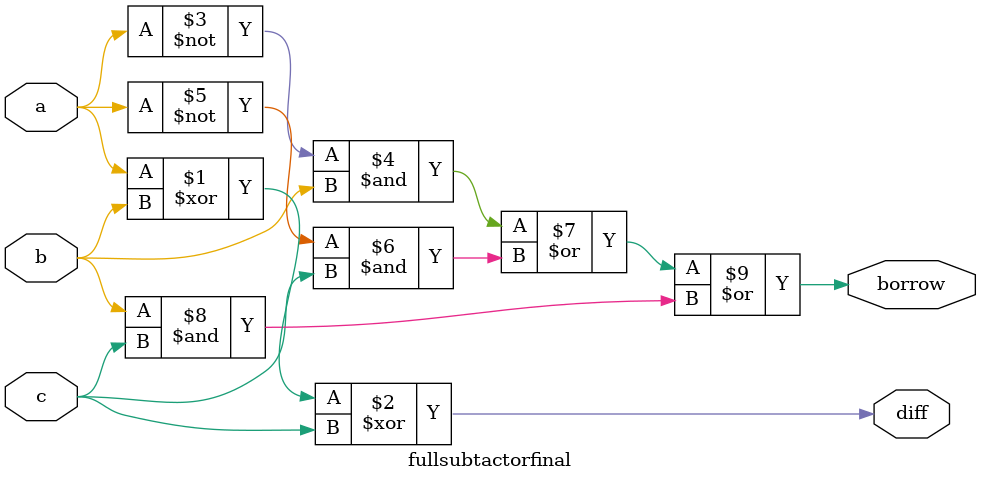
<source format=v>

module fullsubtactorfinal(a,b,c,diff,borrow);
input a,b,c;//input declaration
output diff,borrow;//output declaration
assign diff=a^b^c;//expression for difference
assign borrow=(~a&b)|(~a&c)|(b&c);//expression for borrow
endmodule

</source>
